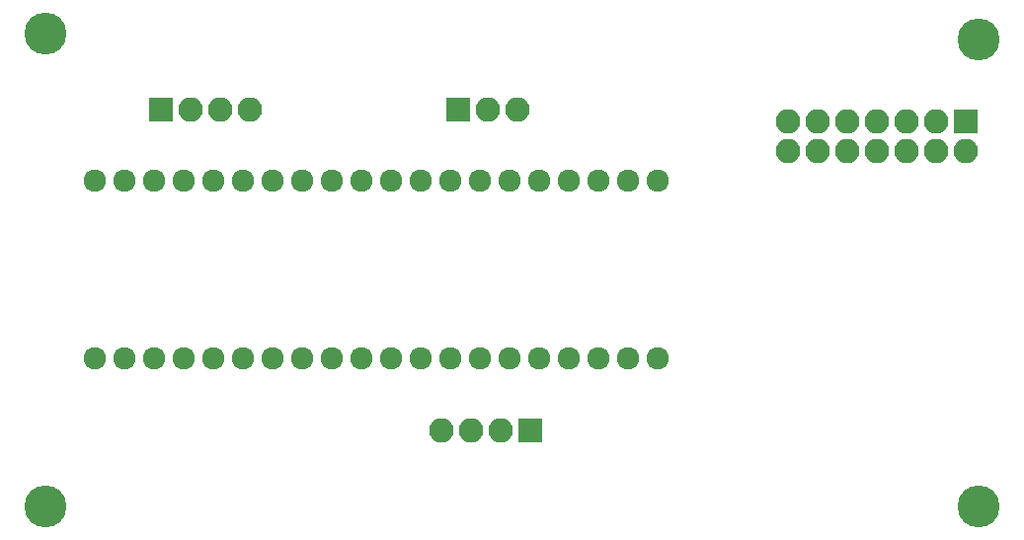
<source format=gbr>
G04 #@! TF.FileFunction,Soldermask,Top*
%FSLAX46Y46*%
G04 Gerber Fmt 4.6, Leading zero omitted, Abs format (unit mm)*
G04 Created by KiCad (PCBNEW 4.0.6) date Thursday, 29 June 2017 'AMt' 11:53:14*
%MOMM*%
%LPD*%
G01*
G04 APERTURE LIST*
%ADD10C,0.100000*%
%ADD11C,1.924000*%
%ADD12R,2.100000X2.100000*%
%ADD13O,2.100000X2.100000*%
%ADD14C,3.600000*%
G04 APERTURE END LIST*
D10*
D11*
X108270000Y-67310000D03*
X110810000Y-67310000D03*
X113350000Y-67310000D03*
X115890000Y-67310000D03*
X118430000Y-67310000D03*
X120970000Y-67310000D03*
X123510000Y-67310000D03*
X126050000Y-67310000D03*
X128590000Y-67310000D03*
X131130000Y-67310000D03*
X133670000Y-67310000D03*
X136210000Y-67310000D03*
X138750000Y-67310000D03*
X141290000Y-67310000D03*
X143830000Y-67310000D03*
X146370000Y-67310000D03*
X148910000Y-67310000D03*
X151450000Y-67310000D03*
X153990000Y-67310000D03*
X156530000Y-67310000D03*
X156530000Y-52070000D03*
X153990000Y-52070000D03*
X151450000Y-52070000D03*
X148910000Y-52070000D03*
X146370000Y-52070000D03*
X143830000Y-52070000D03*
X141290000Y-52070000D03*
X138750000Y-52070000D03*
X136210000Y-52070000D03*
X133670000Y-52070000D03*
X131130000Y-52070000D03*
X128590000Y-52070000D03*
X126050000Y-52070000D03*
X123510000Y-52070000D03*
X120970000Y-52070000D03*
X118430000Y-52070000D03*
X115890000Y-52070000D03*
X113350000Y-52070000D03*
X110810000Y-52070000D03*
X108270000Y-52070000D03*
D12*
X113920000Y-46000000D03*
D13*
X116460000Y-46000000D03*
X119000000Y-46000000D03*
X121540000Y-46000000D03*
D12*
X182880000Y-46990000D03*
D13*
X182880000Y-49530000D03*
X180340000Y-46990000D03*
X180340000Y-49530000D03*
X177800000Y-46990000D03*
X177800000Y-49530000D03*
X175260000Y-46990000D03*
X175260000Y-49530000D03*
X172720000Y-46990000D03*
X172720000Y-49530000D03*
X170180000Y-46990000D03*
X170180000Y-49530000D03*
X167640000Y-46990000D03*
X167640000Y-49530000D03*
D12*
X139400000Y-46000000D03*
D13*
X141940000Y-46000000D03*
X144480000Y-46000000D03*
D12*
X145580000Y-73500000D03*
D13*
X143040000Y-73500000D03*
X140500000Y-73500000D03*
X137960000Y-73500000D03*
D14*
X104000000Y-39500000D03*
X104000000Y-80000000D03*
X184000000Y-80000000D03*
X184000000Y-40000000D03*
M02*

</source>
